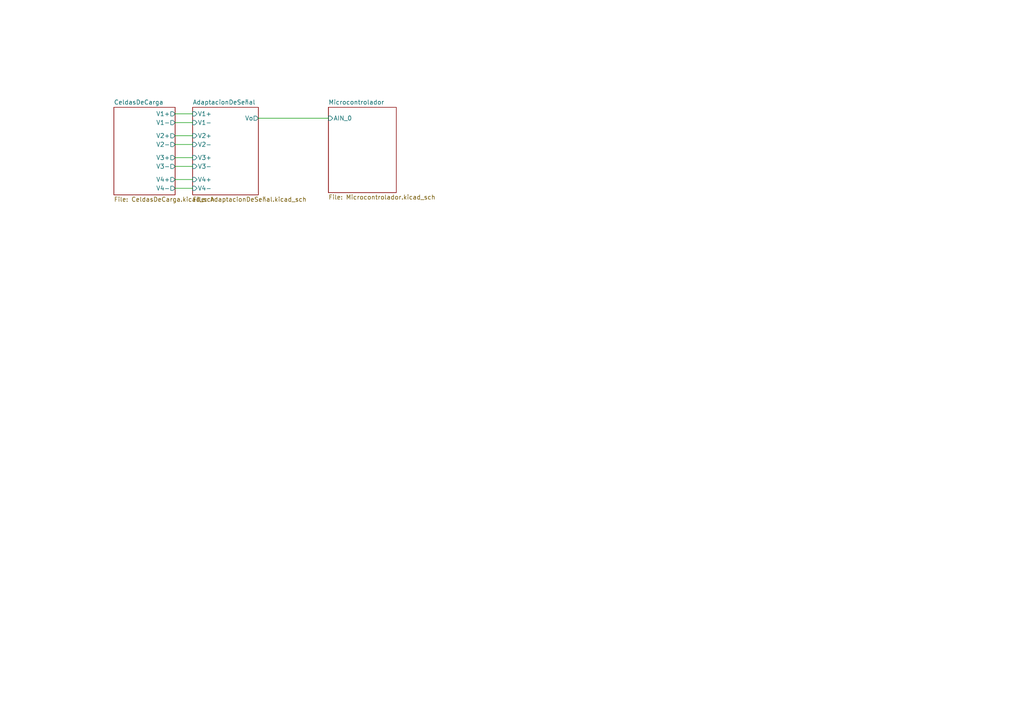
<source format=kicad_sch>
(kicad_sch
	(version 20250114)
	(generator "eeschema")
	(generator_version "9.0")
	(uuid "d6d8f124-210e-4751-85cc-6ef3f0351781")
	(paper "A4")
	(lib_symbols)
	(wire
		(pts
			(xy 50.8 45.72) (xy 55.88 45.72)
		)
		(stroke
			(width 0)
			(type default)
		)
		(uuid "020a02b3-1858-4ec7-a0c3-0d01491ff55d")
	)
	(wire
		(pts
			(xy 50.8 54.61) (xy 55.88 54.61)
		)
		(stroke
			(width 0)
			(type default)
		)
		(uuid "0a6c870d-9f1d-48f4-a90b-e8cd7f2f9beb")
	)
	(wire
		(pts
			(xy 74.93 34.29) (xy 95.25 34.29)
		)
		(stroke
			(width 0)
			(type default)
		)
		(uuid "40abee46-f973-4e8a-b476-d846600226f6")
	)
	(wire
		(pts
			(xy 50.8 52.07) (xy 55.88 52.07)
		)
		(stroke
			(width 0)
			(type default)
		)
		(uuid "56df885a-6e44-43c5-a1fb-eff41f8d5d43")
	)
	(wire
		(pts
			(xy 50.8 35.56) (xy 55.88 35.56)
		)
		(stroke
			(width 0)
			(type default)
		)
		(uuid "74d3b8c9-43f8-475e-b782-9c5fc6f3e2c0")
	)
	(wire
		(pts
			(xy 50.8 33.02) (xy 55.88 33.02)
		)
		(stroke
			(width 0)
			(type default)
		)
		(uuid "a436fd03-87b3-4860-895f-38077c4138e9")
	)
	(wire
		(pts
			(xy 50.8 39.37) (xy 55.88 39.37)
		)
		(stroke
			(width 0)
			(type default)
		)
		(uuid "bd74f115-cf8f-4b65-893a-2abe98167d1e")
	)
	(wire
		(pts
			(xy 50.8 41.91) (xy 55.88 41.91)
		)
		(stroke
			(width 0)
			(type default)
		)
		(uuid "c0cf3fe9-1bcc-4e0d-ba37-9ef464026a2c")
	)
	(wire
		(pts
			(xy 50.8 48.26) (xy 55.88 48.26)
		)
		(stroke
			(width 0)
			(type default)
		)
		(uuid "e867bc2c-01b5-4438-924c-67cb1423c741")
	)
	(sheet
		(at 33.02 31.115)
		(size 17.78 25.4)
		(exclude_from_sim no)
		(in_bom yes)
		(on_board yes)
		(dnp no)
		(fields_autoplaced yes)
		(stroke
			(width 0.1524)
			(type solid)
		)
		(fill
			(color 0 0 0 0.0000)
		)
		(uuid "1d00bc87-c0e8-4991-9683-c257ca398c4b")
		(property "Sheetname" "CeldasDeCarga"
			(at 33.02 30.4034 0)
			(effects
				(font
					(size 1.27 1.27)
				)
				(justify left bottom)
			)
		)
		(property "Sheetfile" "CeldasDeCarga.kicad_sch"
			(at 33.02 57.0996 0)
			(effects
				(font
					(size 1.27 1.27)
				)
				(justify left top)
			)
		)
		(property "Field2" ""
			(at 33.02 31.115 0)
			(effects
				(font
					(size 1.27 1.27)
				)
			)
		)
		(pin "V1-" output
			(at 50.8 35.56 0)
			(uuid "42a25ec4-8fc0-411a-a9c7-f33d7486558d")
			(effects
				(font
					(size 1.27 1.27)
				)
				(justify right)
			)
		)
		(pin "V1+" output
			(at 50.8 33.02 0)
			(uuid "9354c17c-ba48-4bea-9dc5-38aa27ea7061")
			(effects
				(font
					(size 1.27 1.27)
				)
				(justify right)
			)
		)
		(pin "V2+" output
			(at 50.8 39.37 0)
			(uuid "fa5e6375-cfcb-45ca-ac15-9a90bd08f7e1")
			(effects
				(font
					(size 1.27 1.27)
				)
				(justify right)
			)
		)
		(pin "V2-" output
			(at 50.8 41.91 0)
			(uuid "4c1a884d-e9fe-4649-99fd-d0671660a38c")
			(effects
				(font
					(size 1.27 1.27)
				)
				(justify right)
			)
		)
		(pin "V3-" output
			(at 50.8 48.26 0)
			(uuid "2253d840-a4c8-475b-9dc1-89398ce2fd56")
			(effects
				(font
					(size 1.27 1.27)
				)
				(justify right)
			)
		)
		(pin "V3+" output
			(at 50.8 45.72 0)
			(uuid "b09d26df-f633-4bd4-a0bb-b7fe1a3b322d")
			(effects
				(font
					(size 1.27 1.27)
				)
				(justify right)
			)
		)
		(pin "V4+" output
			(at 50.8 52.07 0)
			(uuid "f535f387-ca17-4f07-ae73-4b6dca57fe1c")
			(effects
				(font
					(size 1.27 1.27)
				)
				(justify right)
			)
		)
		(pin "V4-" output
			(at 50.8 54.61 0)
			(uuid "29de8b02-fc0e-4c27-9397-f82959e7e336")
			(effects
				(font
					(size 1.27 1.27)
				)
				(justify right)
			)
		)
		(instances
			(project "Balanza"
				(path "/d6d8f124-210e-4751-85cc-6ef3f0351781"
					(page "2")
				)
			)
		)
	)
	(sheet
		(at 95.25 31.115)
		(size 19.685 24.765)
		(exclude_from_sim no)
		(in_bom yes)
		(on_board yes)
		(dnp no)
		(fields_autoplaced yes)
		(stroke
			(width 0.1524)
			(type solid)
		)
		(fill
			(color 0 0 0 0.0000)
		)
		(uuid "7b92029a-c589-41fc-82ca-04a1db05b007")
		(property "Sheetname" "Microcontrolador"
			(at 95.25 30.4034 0)
			(effects
				(font
					(size 1.27 1.27)
				)
				(justify left bottom)
			)
		)
		(property "Sheetfile" "Microcontrolador.kicad_sch"
			(at 95.25 56.4646 0)
			(effects
				(font
					(size 1.27 1.27)
				)
				(justify left top)
			)
		)
		(pin "AIN_0" input
			(at 95.25 34.29 180)
			(uuid "576d02a8-c326-4e4b-8eac-55b558ea653e")
			(effects
				(font
					(size 1.27 1.27)
				)
				(justify left)
			)
		)
		(instances
			(project "Balanza"
				(path "/d6d8f124-210e-4751-85cc-6ef3f0351781"
					(page "4")
				)
			)
		)
	)
	(sheet
		(at 55.88 31.115)
		(size 19.05 25.4)
		(exclude_from_sim no)
		(in_bom yes)
		(on_board yes)
		(dnp no)
		(fields_autoplaced yes)
		(stroke
			(width 0.1524)
			(type solid)
		)
		(fill
			(color 0 0 0 0.0000)
		)
		(uuid "a6fc90ce-8aa6-4340-88b7-8cfe2f332efe")
		(property "Sheetname" "AdaptacionDeSeñal"
			(at 55.88 30.4034 0)
			(effects
				(font
					(size 1.27 1.27)
				)
				(justify left bottom)
			)
		)
		(property "Sheetfile" "AdaptacionDeSeñal.kicad_sch"
			(at 55.88 57.0996 0)
			(effects
				(font
					(size 1.27 1.27)
				)
				(justify left top)
			)
		)
		(pin "V1-" input
			(at 55.88 35.56 180)
			(uuid "e330efd8-61a7-47cc-8cdc-795ca5bca113")
			(effects
				(font
					(size 1.27 1.27)
				)
				(justify left)
			)
		)
		(pin "Vo" output
			(at 74.93 34.29 0)
			(uuid "3fcc7c44-dd8e-4403-840c-157fc782f3f2")
			(effects
				(font
					(size 1.27 1.27)
				)
				(justify right)
			)
		)
		(pin "V4+" input
			(at 55.88 52.07 180)
			(uuid "ada07aab-82c9-46ea-b81a-f5ab1bb14198")
			(effects
				(font
					(size 1.27 1.27)
				)
				(justify left)
			)
		)
		(pin "V1+" input
			(at 55.88 33.02 180)
			(uuid "a584ed92-d9a6-4556-967e-44459c9cc2f8")
			(effects
				(font
					(size 1.27 1.27)
				)
				(justify left)
			)
		)
		(pin "V4-" input
			(at 55.88 54.61 180)
			(uuid "3c323f29-d08b-41bd-9cfd-d885867a5a84")
			(effects
				(font
					(size 1.27 1.27)
				)
				(justify left)
			)
		)
		(pin "V3-" input
			(at 55.88 48.26 180)
			(uuid "8ed196af-3a70-4679-8cf6-4a03dc20257e")
			(effects
				(font
					(size 1.27 1.27)
				)
				(justify left)
			)
		)
		(pin "V2+" input
			(at 55.88 39.37 180)
			(uuid "54dde415-caf7-43d3-844f-281590340c1f")
			(effects
				(font
					(size 1.27 1.27)
				)
				(justify left)
			)
		)
		(pin "V3+" input
			(at 55.88 45.72 180)
			(uuid "10af42e2-2451-4c86-bffd-8a4bc0dccb16")
			(effects
				(font
					(size 1.27 1.27)
				)
				(justify left)
			)
		)
		(pin "V2-" input
			(at 55.88 41.91 180)
			(uuid "6338360f-f635-4952-935b-b1efbfc91643")
			(effects
				(font
					(size 1.27 1.27)
				)
				(justify left)
			)
		)
		(instances
			(project "Balanza"
				(path "/d6d8f124-210e-4751-85cc-6ef3f0351781"
					(page "3")
				)
			)
		)
	)
	(sheet_instances
		(path "/"
			(page "1")
		)
	)
	(embedded_fonts no)
)

</source>
